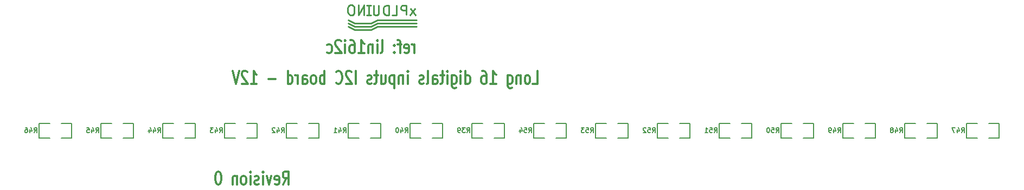
<source format=gbo>
G04 (created by PCBNEW-RS274X (2012-01-19 BZR 3256)-stable) date mer. 09 mai 2012 22:09:25 CEST*
G01*
G70*
G90*
%MOIN*%
G04 Gerber Fmt 3.4, Leading zero omitted, Abs format*
%FSLAX34Y34*%
G04 APERTURE LIST*
%ADD10C,0.006000*%
%ADD11C,0.012000*%
%ADD12C,0.005000*%
%ADD13C,0.010000*%
G04 APERTURE END LIST*
G54D10*
G54D11*
X46285Y-56724D02*
X46485Y-56343D01*
X46628Y-56724D02*
X46628Y-55924D01*
X46400Y-55924D01*
X46342Y-55962D01*
X46314Y-56000D01*
X46285Y-56076D01*
X46285Y-56190D01*
X46314Y-56267D01*
X46342Y-56305D01*
X46400Y-56343D01*
X46628Y-56343D01*
X45800Y-56686D02*
X45857Y-56724D01*
X45971Y-56724D01*
X46028Y-56686D01*
X46057Y-56610D01*
X46057Y-56305D01*
X46028Y-56229D01*
X45971Y-56190D01*
X45857Y-56190D01*
X45800Y-56229D01*
X45771Y-56305D01*
X45771Y-56381D01*
X46057Y-56457D01*
X45571Y-56190D02*
X45428Y-56724D01*
X45286Y-56190D01*
X45057Y-56724D02*
X45057Y-56190D01*
X45057Y-55924D02*
X45086Y-55962D01*
X45057Y-56000D01*
X45029Y-55962D01*
X45057Y-55924D01*
X45057Y-56000D01*
X44800Y-56686D02*
X44743Y-56724D01*
X44628Y-56724D01*
X44571Y-56686D01*
X44543Y-56610D01*
X44543Y-56571D01*
X44571Y-56495D01*
X44628Y-56457D01*
X44714Y-56457D01*
X44771Y-56419D01*
X44800Y-56343D01*
X44800Y-56305D01*
X44771Y-56229D01*
X44714Y-56190D01*
X44628Y-56190D01*
X44571Y-56229D01*
X44285Y-56724D02*
X44285Y-56190D01*
X44285Y-55924D02*
X44314Y-55962D01*
X44285Y-56000D01*
X44257Y-55962D01*
X44285Y-55924D01*
X44285Y-56000D01*
X43913Y-56724D02*
X43971Y-56686D01*
X43999Y-56648D01*
X44028Y-56571D01*
X44028Y-56343D01*
X43999Y-56267D01*
X43971Y-56229D01*
X43913Y-56190D01*
X43828Y-56190D01*
X43771Y-56229D01*
X43742Y-56267D01*
X43713Y-56343D01*
X43713Y-56571D01*
X43742Y-56648D01*
X43771Y-56686D01*
X43828Y-56724D01*
X43913Y-56724D01*
X43456Y-56190D02*
X43456Y-56724D01*
X43456Y-56267D02*
X43428Y-56229D01*
X43370Y-56190D01*
X43285Y-56190D01*
X43228Y-56229D01*
X43199Y-56305D01*
X43199Y-56724D01*
X42342Y-55924D02*
X42285Y-55924D01*
X42228Y-55962D01*
X42199Y-56000D01*
X42170Y-56076D01*
X42142Y-56229D01*
X42142Y-56419D01*
X42170Y-56571D01*
X42199Y-56648D01*
X42228Y-56686D01*
X42285Y-56724D01*
X42342Y-56724D01*
X42399Y-56686D01*
X42428Y-56648D01*
X42456Y-56571D01*
X42485Y-56419D01*
X42485Y-56229D01*
X42456Y-56076D01*
X42428Y-56000D01*
X42399Y-55962D01*
X42342Y-55924D01*
X54370Y-48624D02*
X54370Y-48090D01*
X54370Y-48243D02*
X54342Y-48167D01*
X54313Y-48129D01*
X54256Y-48090D01*
X54199Y-48090D01*
X53771Y-48586D02*
X53828Y-48624D01*
X53942Y-48624D01*
X53999Y-48586D01*
X54028Y-48510D01*
X54028Y-48205D01*
X53999Y-48129D01*
X53942Y-48090D01*
X53828Y-48090D01*
X53771Y-48129D01*
X53742Y-48205D01*
X53742Y-48281D01*
X54028Y-48357D01*
X53571Y-48090D02*
X53342Y-48090D01*
X53485Y-48624D02*
X53485Y-47938D01*
X53457Y-47862D01*
X53399Y-47824D01*
X53342Y-47824D01*
X53142Y-48548D02*
X53114Y-48586D01*
X53142Y-48624D01*
X53171Y-48586D01*
X53142Y-48548D01*
X53142Y-48624D01*
X53142Y-48129D02*
X53114Y-48167D01*
X53142Y-48205D01*
X53171Y-48167D01*
X53142Y-48129D01*
X53142Y-48205D01*
X52313Y-48624D02*
X52371Y-48586D01*
X52399Y-48510D01*
X52399Y-47824D01*
X52085Y-48624D02*
X52085Y-48090D01*
X52085Y-47824D02*
X52114Y-47862D01*
X52085Y-47900D01*
X52057Y-47862D01*
X52085Y-47824D01*
X52085Y-47900D01*
X51799Y-48090D02*
X51799Y-48624D01*
X51799Y-48167D02*
X51771Y-48129D01*
X51713Y-48090D01*
X51628Y-48090D01*
X51571Y-48129D01*
X51542Y-48205D01*
X51542Y-48624D01*
X50942Y-48624D02*
X51285Y-48624D01*
X51113Y-48624D02*
X51113Y-47824D01*
X51170Y-47938D01*
X51228Y-48014D01*
X51285Y-48052D01*
X50428Y-47824D02*
X50542Y-47824D01*
X50599Y-47862D01*
X50628Y-47900D01*
X50685Y-48014D01*
X50714Y-48167D01*
X50714Y-48471D01*
X50685Y-48548D01*
X50657Y-48586D01*
X50599Y-48624D01*
X50485Y-48624D01*
X50428Y-48586D01*
X50399Y-48548D01*
X50371Y-48471D01*
X50371Y-48281D01*
X50399Y-48205D01*
X50428Y-48167D01*
X50485Y-48129D01*
X50599Y-48129D01*
X50657Y-48167D01*
X50685Y-48205D01*
X50714Y-48281D01*
X50114Y-48624D02*
X50114Y-48090D01*
X50114Y-47824D02*
X50143Y-47862D01*
X50114Y-47900D01*
X50086Y-47862D01*
X50114Y-47824D01*
X50114Y-47900D01*
X49857Y-47900D02*
X49828Y-47862D01*
X49771Y-47824D01*
X49628Y-47824D01*
X49571Y-47862D01*
X49542Y-47900D01*
X49514Y-47976D01*
X49514Y-48052D01*
X49542Y-48167D01*
X49885Y-48624D01*
X49514Y-48624D01*
X49000Y-48586D02*
X49057Y-48624D01*
X49171Y-48624D01*
X49229Y-48586D01*
X49257Y-48548D01*
X49286Y-48471D01*
X49286Y-48243D01*
X49257Y-48167D01*
X49229Y-48129D01*
X49171Y-48090D01*
X49057Y-48090D01*
X49000Y-48129D01*
X61642Y-50524D02*
X61928Y-50524D01*
X61928Y-49724D01*
X61356Y-50524D02*
X61414Y-50486D01*
X61442Y-50448D01*
X61471Y-50371D01*
X61471Y-50143D01*
X61442Y-50067D01*
X61414Y-50029D01*
X61356Y-49990D01*
X61271Y-49990D01*
X61214Y-50029D01*
X61185Y-50067D01*
X61156Y-50143D01*
X61156Y-50371D01*
X61185Y-50448D01*
X61214Y-50486D01*
X61271Y-50524D01*
X61356Y-50524D01*
X60899Y-49990D02*
X60899Y-50524D01*
X60899Y-50067D02*
X60871Y-50029D01*
X60813Y-49990D01*
X60728Y-49990D01*
X60671Y-50029D01*
X60642Y-50105D01*
X60642Y-50524D01*
X60099Y-49990D02*
X60099Y-50638D01*
X60128Y-50714D01*
X60156Y-50752D01*
X60213Y-50790D01*
X60299Y-50790D01*
X60356Y-50752D01*
X60099Y-50486D02*
X60156Y-50524D01*
X60270Y-50524D01*
X60328Y-50486D01*
X60356Y-50448D01*
X60385Y-50371D01*
X60385Y-50143D01*
X60356Y-50067D01*
X60328Y-50029D01*
X60270Y-49990D01*
X60156Y-49990D01*
X60099Y-50029D01*
X59042Y-50524D02*
X59385Y-50524D01*
X59213Y-50524D02*
X59213Y-49724D01*
X59270Y-49838D01*
X59328Y-49914D01*
X59385Y-49952D01*
X58528Y-49724D02*
X58642Y-49724D01*
X58699Y-49762D01*
X58728Y-49800D01*
X58785Y-49914D01*
X58814Y-50067D01*
X58814Y-50371D01*
X58785Y-50448D01*
X58757Y-50486D01*
X58699Y-50524D01*
X58585Y-50524D01*
X58528Y-50486D01*
X58499Y-50448D01*
X58471Y-50371D01*
X58471Y-50181D01*
X58499Y-50105D01*
X58528Y-50067D01*
X58585Y-50029D01*
X58699Y-50029D01*
X58757Y-50067D01*
X58785Y-50105D01*
X58814Y-50181D01*
X57500Y-50524D02*
X57500Y-49724D01*
X57500Y-50486D02*
X57557Y-50524D01*
X57671Y-50524D01*
X57729Y-50486D01*
X57757Y-50448D01*
X57786Y-50371D01*
X57786Y-50143D01*
X57757Y-50067D01*
X57729Y-50029D01*
X57671Y-49990D01*
X57557Y-49990D01*
X57500Y-50029D01*
X57214Y-50524D02*
X57214Y-49990D01*
X57214Y-49724D02*
X57243Y-49762D01*
X57214Y-49800D01*
X57186Y-49762D01*
X57214Y-49724D01*
X57214Y-49800D01*
X56671Y-49990D02*
X56671Y-50638D01*
X56700Y-50714D01*
X56728Y-50752D01*
X56785Y-50790D01*
X56871Y-50790D01*
X56928Y-50752D01*
X56671Y-50486D02*
X56728Y-50524D01*
X56842Y-50524D01*
X56900Y-50486D01*
X56928Y-50448D01*
X56957Y-50371D01*
X56957Y-50143D01*
X56928Y-50067D01*
X56900Y-50029D01*
X56842Y-49990D01*
X56728Y-49990D01*
X56671Y-50029D01*
X56385Y-50524D02*
X56385Y-49990D01*
X56385Y-49724D02*
X56414Y-49762D01*
X56385Y-49800D01*
X56357Y-49762D01*
X56385Y-49724D01*
X56385Y-49800D01*
X56185Y-49990D02*
X55956Y-49990D01*
X56099Y-49724D02*
X56099Y-50410D01*
X56071Y-50486D01*
X56013Y-50524D01*
X55956Y-50524D01*
X55499Y-50524D02*
X55499Y-50105D01*
X55528Y-50029D01*
X55585Y-49990D01*
X55699Y-49990D01*
X55756Y-50029D01*
X55499Y-50486D02*
X55556Y-50524D01*
X55699Y-50524D01*
X55756Y-50486D01*
X55785Y-50410D01*
X55785Y-50333D01*
X55756Y-50257D01*
X55699Y-50219D01*
X55556Y-50219D01*
X55499Y-50181D01*
X55127Y-50524D02*
X55185Y-50486D01*
X55213Y-50410D01*
X55213Y-49724D01*
X54928Y-50486D02*
X54871Y-50524D01*
X54756Y-50524D01*
X54699Y-50486D01*
X54671Y-50410D01*
X54671Y-50371D01*
X54699Y-50295D01*
X54756Y-50257D01*
X54842Y-50257D01*
X54899Y-50219D01*
X54928Y-50143D01*
X54928Y-50105D01*
X54899Y-50029D01*
X54842Y-49990D01*
X54756Y-49990D01*
X54699Y-50029D01*
X53956Y-50524D02*
X53956Y-49990D01*
X53956Y-49724D02*
X53985Y-49762D01*
X53956Y-49800D01*
X53928Y-49762D01*
X53956Y-49724D01*
X53956Y-49800D01*
X53670Y-49990D02*
X53670Y-50524D01*
X53670Y-50067D02*
X53642Y-50029D01*
X53584Y-49990D01*
X53499Y-49990D01*
X53442Y-50029D01*
X53413Y-50105D01*
X53413Y-50524D01*
X53127Y-49990D02*
X53127Y-50790D01*
X53127Y-50029D02*
X53070Y-49990D01*
X52956Y-49990D01*
X52899Y-50029D01*
X52870Y-50067D01*
X52841Y-50143D01*
X52841Y-50371D01*
X52870Y-50448D01*
X52899Y-50486D01*
X52956Y-50524D01*
X53070Y-50524D01*
X53127Y-50486D01*
X52327Y-49990D02*
X52327Y-50524D01*
X52584Y-49990D02*
X52584Y-50410D01*
X52556Y-50486D01*
X52498Y-50524D01*
X52413Y-50524D01*
X52356Y-50486D01*
X52327Y-50448D01*
X52127Y-49990D02*
X51898Y-49990D01*
X52041Y-49724D02*
X52041Y-50410D01*
X52013Y-50486D01*
X51955Y-50524D01*
X51898Y-50524D01*
X51727Y-50486D02*
X51670Y-50524D01*
X51555Y-50524D01*
X51498Y-50486D01*
X51470Y-50410D01*
X51470Y-50371D01*
X51498Y-50295D01*
X51555Y-50257D01*
X51641Y-50257D01*
X51698Y-50219D01*
X51727Y-50143D01*
X51727Y-50105D01*
X51698Y-50029D01*
X51641Y-49990D01*
X51555Y-49990D01*
X51498Y-50029D01*
X50755Y-50524D02*
X50755Y-49724D01*
X50498Y-49800D02*
X50469Y-49762D01*
X50412Y-49724D01*
X50269Y-49724D01*
X50212Y-49762D01*
X50183Y-49800D01*
X50155Y-49876D01*
X50155Y-49952D01*
X50183Y-50067D01*
X50526Y-50524D01*
X50155Y-50524D01*
X49555Y-50448D02*
X49584Y-50486D01*
X49670Y-50524D01*
X49727Y-50524D01*
X49812Y-50486D01*
X49870Y-50410D01*
X49898Y-50333D01*
X49927Y-50181D01*
X49927Y-50067D01*
X49898Y-49914D01*
X49870Y-49838D01*
X49812Y-49762D01*
X49727Y-49724D01*
X49670Y-49724D01*
X49584Y-49762D01*
X49555Y-49800D01*
X48841Y-50524D02*
X48841Y-49724D01*
X48841Y-50029D02*
X48784Y-49990D01*
X48670Y-49990D01*
X48613Y-50029D01*
X48584Y-50067D01*
X48555Y-50143D01*
X48555Y-50371D01*
X48584Y-50448D01*
X48613Y-50486D01*
X48670Y-50524D01*
X48784Y-50524D01*
X48841Y-50486D01*
X48212Y-50524D02*
X48270Y-50486D01*
X48298Y-50448D01*
X48327Y-50371D01*
X48327Y-50143D01*
X48298Y-50067D01*
X48270Y-50029D01*
X48212Y-49990D01*
X48127Y-49990D01*
X48070Y-50029D01*
X48041Y-50067D01*
X48012Y-50143D01*
X48012Y-50371D01*
X48041Y-50448D01*
X48070Y-50486D01*
X48127Y-50524D01*
X48212Y-50524D01*
X47498Y-50524D02*
X47498Y-50105D01*
X47527Y-50029D01*
X47584Y-49990D01*
X47698Y-49990D01*
X47755Y-50029D01*
X47498Y-50486D02*
X47555Y-50524D01*
X47698Y-50524D01*
X47755Y-50486D01*
X47784Y-50410D01*
X47784Y-50333D01*
X47755Y-50257D01*
X47698Y-50219D01*
X47555Y-50219D01*
X47498Y-50181D01*
X47212Y-50524D02*
X47212Y-49990D01*
X47212Y-50143D02*
X47184Y-50067D01*
X47155Y-50029D01*
X47098Y-49990D01*
X47041Y-49990D01*
X46584Y-50524D02*
X46584Y-49724D01*
X46584Y-50486D02*
X46641Y-50524D01*
X46755Y-50524D01*
X46813Y-50486D01*
X46841Y-50448D01*
X46870Y-50371D01*
X46870Y-50143D01*
X46841Y-50067D01*
X46813Y-50029D01*
X46755Y-49990D01*
X46641Y-49990D01*
X46584Y-50029D01*
X45841Y-50219D02*
X45384Y-50219D01*
X44327Y-50524D02*
X44670Y-50524D01*
X44498Y-50524D02*
X44498Y-49724D01*
X44555Y-49838D01*
X44613Y-49914D01*
X44670Y-49952D01*
X44099Y-49800D02*
X44070Y-49762D01*
X44013Y-49724D01*
X43870Y-49724D01*
X43813Y-49762D01*
X43784Y-49800D01*
X43756Y-49876D01*
X43756Y-49952D01*
X43784Y-50067D01*
X44127Y-50524D01*
X43756Y-50524D01*
X43585Y-49724D02*
X43385Y-50524D01*
X43185Y-49724D01*
G54D12*
X57900Y-53850D02*
X57900Y-52950D01*
X57900Y-52950D02*
X58550Y-52950D01*
X59250Y-53850D02*
X59900Y-53850D01*
X59900Y-53850D02*
X59900Y-52950D01*
X59900Y-52950D02*
X59250Y-52950D01*
X58550Y-53850D02*
X57900Y-53850D01*
X54100Y-53850D02*
X54100Y-52950D01*
X54100Y-52950D02*
X54750Y-52950D01*
X55450Y-53850D02*
X56100Y-53850D01*
X56100Y-53850D02*
X56100Y-52950D01*
X56100Y-52950D02*
X55450Y-52950D01*
X54750Y-53850D02*
X54100Y-53850D01*
X50300Y-53850D02*
X50300Y-52950D01*
X50300Y-52950D02*
X50950Y-52950D01*
X51650Y-53850D02*
X52300Y-53850D01*
X52300Y-53850D02*
X52300Y-52950D01*
X52300Y-52950D02*
X51650Y-52950D01*
X50950Y-53850D02*
X50300Y-53850D01*
X46500Y-53850D02*
X46500Y-52950D01*
X46500Y-52950D02*
X47150Y-52950D01*
X47850Y-53850D02*
X48500Y-53850D01*
X48500Y-53850D02*
X48500Y-52950D01*
X48500Y-52950D02*
X47850Y-52950D01*
X47150Y-53850D02*
X46500Y-53850D01*
X42700Y-53850D02*
X42700Y-52950D01*
X42700Y-52950D02*
X43350Y-52950D01*
X44050Y-53850D02*
X44700Y-53850D01*
X44700Y-53850D02*
X44700Y-52950D01*
X44700Y-52950D02*
X44050Y-52950D01*
X43350Y-53850D02*
X42700Y-53850D01*
X38900Y-53850D02*
X38900Y-52950D01*
X38900Y-52950D02*
X39550Y-52950D01*
X40250Y-53850D02*
X40900Y-53850D01*
X40900Y-53850D02*
X40900Y-52950D01*
X40900Y-52950D02*
X40250Y-52950D01*
X39550Y-53850D02*
X38900Y-53850D01*
X35100Y-53850D02*
X35100Y-52950D01*
X35100Y-52950D02*
X35750Y-52950D01*
X36450Y-53850D02*
X37100Y-53850D01*
X37100Y-53850D02*
X37100Y-52950D01*
X37100Y-52950D02*
X36450Y-52950D01*
X35750Y-53850D02*
X35100Y-53850D01*
X31300Y-53850D02*
X31300Y-52950D01*
X31300Y-52950D02*
X31950Y-52950D01*
X32650Y-53850D02*
X33300Y-53850D01*
X33300Y-53850D02*
X33300Y-52950D01*
X33300Y-52950D02*
X32650Y-52950D01*
X31950Y-53850D02*
X31300Y-53850D01*
X88300Y-53850D02*
X88300Y-52950D01*
X88300Y-52950D02*
X88950Y-52950D01*
X89650Y-53850D02*
X90300Y-53850D01*
X90300Y-53850D02*
X90300Y-52950D01*
X90300Y-52950D02*
X89650Y-52950D01*
X88950Y-53850D02*
X88300Y-53850D01*
X84500Y-53850D02*
X84500Y-52950D01*
X84500Y-52950D02*
X85150Y-52950D01*
X85850Y-53850D02*
X86500Y-53850D01*
X86500Y-53850D02*
X86500Y-52950D01*
X86500Y-52950D02*
X85850Y-52950D01*
X85150Y-53850D02*
X84500Y-53850D01*
X80700Y-53850D02*
X80700Y-52950D01*
X80700Y-52950D02*
X81350Y-52950D01*
X82050Y-53850D02*
X82700Y-53850D01*
X82700Y-53850D02*
X82700Y-52950D01*
X82700Y-52950D02*
X82050Y-52950D01*
X81350Y-53850D02*
X80700Y-53850D01*
X76900Y-53850D02*
X76900Y-52950D01*
X76900Y-52950D02*
X77550Y-52950D01*
X78250Y-53850D02*
X78900Y-53850D01*
X78900Y-53850D02*
X78900Y-52950D01*
X78900Y-52950D02*
X78250Y-52950D01*
X77550Y-53850D02*
X76900Y-53850D01*
X73100Y-53850D02*
X73100Y-52950D01*
X73100Y-52950D02*
X73750Y-52950D01*
X74450Y-53850D02*
X75100Y-53850D01*
X75100Y-53850D02*
X75100Y-52950D01*
X75100Y-52950D02*
X74450Y-52950D01*
X73750Y-53850D02*
X73100Y-53850D01*
X69300Y-53850D02*
X69300Y-52950D01*
X69300Y-52950D02*
X69950Y-52950D01*
X70650Y-53850D02*
X71300Y-53850D01*
X71300Y-53850D02*
X71300Y-52950D01*
X71300Y-52950D02*
X70650Y-52950D01*
X69950Y-53850D02*
X69300Y-53850D01*
X65500Y-53850D02*
X65500Y-52950D01*
X65500Y-52950D02*
X66150Y-52950D01*
X66850Y-53850D02*
X67500Y-53850D01*
X67500Y-53850D02*
X67500Y-52950D01*
X67500Y-52950D02*
X66850Y-52950D01*
X66150Y-53850D02*
X65500Y-53850D01*
X61700Y-53850D02*
X61700Y-52950D01*
X61700Y-52950D02*
X62350Y-52950D01*
X63050Y-53850D02*
X63700Y-53850D01*
X63700Y-53850D02*
X63700Y-52950D01*
X63700Y-52950D02*
X63050Y-52950D01*
X62350Y-53850D02*
X61700Y-53850D01*
G54D13*
X54500Y-47000D02*
X52100Y-47000D01*
X52100Y-47000D02*
X51700Y-47200D01*
X51700Y-47200D02*
X50700Y-47200D01*
X50700Y-47200D02*
X50300Y-47000D01*
X54500Y-46800D02*
X52100Y-46800D01*
X52100Y-46800D02*
X51700Y-47000D01*
X51700Y-47000D02*
X50700Y-47000D01*
X50700Y-47000D02*
X50300Y-46800D01*
X50700Y-46800D02*
X50300Y-46600D01*
X51700Y-46800D02*
X50700Y-46800D01*
X52100Y-46600D02*
X51700Y-46800D01*
X54500Y-46600D02*
X52100Y-46600D01*
X54500Y-46600D02*
X52100Y-46600D01*
X52100Y-46600D02*
X51700Y-46800D01*
X51700Y-46800D02*
X50700Y-46800D01*
X50700Y-46800D02*
X50300Y-46600D01*
X50700Y-46800D02*
X50300Y-46600D01*
X51700Y-46800D02*
X50700Y-46800D01*
X52100Y-46600D02*
X51700Y-46800D01*
X54500Y-46600D02*
X52100Y-46600D01*
X54500Y-46600D02*
X52100Y-46600D01*
X52100Y-46600D02*
X51700Y-46800D01*
X51700Y-46800D02*
X50700Y-46800D01*
X50700Y-46800D02*
X50300Y-46600D01*
X50700Y-46800D02*
X50300Y-46600D01*
X51700Y-46800D02*
X50700Y-46800D01*
X52100Y-46600D02*
X51700Y-46800D01*
X54500Y-46600D02*
X52100Y-46600D01*
X54500Y-46600D02*
X52100Y-46600D01*
X52100Y-46600D02*
X51700Y-46800D01*
X51700Y-46800D02*
X50700Y-46800D01*
X50700Y-46800D02*
X50300Y-46600D01*
X50700Y-46800D02*
X50300Y-46600D01*
X51700Y-46800D02*
X50700Y-46800D01*
X52100Y-46600D02*
X51700Y-46800D01*
X54500Y-46600D02*
X52100Y-46600D01*
X54500Y-46600D02*
X52100Y-46600D01*
X52100Y-46600D02*
X51700Y-46800D01*
X51700Y-46800D02*
X50700Y-46800D01*
X50700Y-46800D02*
X50300Y-46600D01*
X50425Y-46300D02*
X50325Y-46225D01*
X50650Y-46200D02*
X50550Y-46300D01*
X51475Y-46300D02*
X51425Y-46300D01*
X51700Y-46300D02*
X51450Y-46300D01*
X51700Y-45700D02*
X51425Y-45700D01*
X51550Y-46275D02*
X51550Y-45750D01*
X50675Y-46100D02*
X50650Y-46200D01*
X50550Y-46300D02*
X50425Y-46300D01*
X50275Y-46075D02*
X50300Y-46200D01*
X50675Y-45875D02*
X50650Y-45775D01*
X50650Y-45775D02*
X50575Y-45700D01*
X50575Y-45700D02*
X50525Y-45675D01*
X50525Y-45675D02*
X50425Y-45675D01*
X50425Y-45675D02*
X50375Y-45700D01*
X50375Y-45700D02*
X50325Y-45725D01*
X50325Y-45725D02*
X50300Y-45775D01*
X50300Y-45775D02*
X50275Y-45850D01*
X50275Y-45850D02*
X50275Y-45900D01*
X50275Y-45900D02*
X50275Y-46075D01*
X50675Y-45900D02*
X50675Y-46100D01*
X51275Y-46300D02*
X51275Y-45675D01*
X51275Y-45700D02*
X50925Y-46300D01*
X50925Y-46300D02*
X50925Y-45675D01*
X52175Y-45700D02*
X52175Y-46175D01*
X52175Y-46175D02*
X52150Y-46225D01*
X52150Y-46225D02*
X52125Y-46250D01*
X52125Y-46250D02*
X52100Y-46275D01*
X52100Y-46275D02*
X52050Y-46300D01*
X52050Y-46300D02*
X52000Y-46300D01*
X52000Y-46300D02*
X51950Y-46300D01*
X51950Y-46300D02*
X51900Y-46275D01*
X51900Y-46275D02*
X51875Y-46250D01*
X51875Y-46250D02*
X51850Y-46225D01*
X51850Y-46225D02*
X51850Y-46175D01*
X51850Y-46175D02*
X51850Y-45700D01*
X52775Y-45700D02*
X52650Y-45700D01*
X52650Y-45700D02*
X52550Y-45725D01*
X52550Y-45725D02*
X52500Y-45775D01*
X52500Y-45775D02*
X52475Y-45850D01*
X52475Y-45850D02*
X52450Y-45950D01*
X52450Y-45950D02*
X52450Y-46025D01*
X52450Y-46025D02*
X52450Y-46075D01*
X52450Y-46075D02*
X52475Y-46150D01*
X52475Y-46150D02*
X52500Y-46200D01*
X52500Y-46200D02*
X52550Y-46250D01*
X52550Y-46250D02*
X52625Y-46300D01*
X52625Y-46300D02*
X52675Y-46300D01*
X52675Y-46300D02*
X52800Y-46300D01*
X52800Y-46300D02*
X52800Y-45700D01*
X53275Y-45700D02*
X53275Y-46300D01*
X53275Y-46300D02*
X53000Y-46300D01*
X53875Y-45700D02*
X53850Y-45700D01*
X53850Y-45700D02*
X53625Y-45700D01*
X53625Y-45700D02*
X53575Y-45725D01*
X53575Y-45725D02*
X53550Y-45750D01*
X53550Y-45750D02*
X53525Y-45800D01*
X53525Y-45800D02*
X53525Y-45850D01*
X53525Y-45850D02*
X53525Y-45900D01*
X53525Y-45900D02*
X53550Y-45950D01*
X53550Y-45950D02*
X53600Y-45975D01*
X53600Y-45975D02*
X53650Y-46000D01*
X53650Y-46000D02*
X53875Y-46000D01*
X53875Y-46275D02*
X53875Y-45700D01*
X54400Y-45900D02*
X54100Y-46300D01*
X54425Y-46300D02*
X54125Y-45900D01*
G54D12*
X57593Y-53521D02*
X57693Y-53379D01*
X57765Y-53521D02*
X57765Y-53221D01*
X57650Y-53221D01*
X57622Y-53236D01*
X57607Y-53250D01*
X57593Y-53279D01*
X57593Y-53321D01*
X57607Y-53350D01*
X57622Y-53364D01*
X57650Y-53379D01*
X57765Y-53379D01*
X57493Y-53221D02*
X57307Y-53221D01*
X57407Y-53336D01*
X57365Y-53336D01*
X57336Y-53350D01*
X57322Y-53364D01*
X57307Y-53393D01*
X57307Y-53464D01*
X57322Y-53493D01*
X57336Y-53507D01*
X57365Y-53521D01*
X57450Y-53521D01*
X57479Y-53507D01*
X57493Y-53493D01*
X57164Y-53521D02*
X57107Y-53521D01*
X57079Y-53507D01*
X57064Y-53493D01*
X57036Y-53450D01*
X57021Y-53393D01*
X57021Y-53279D01*
X57036Y-53250D01*
X57050Y-53236D01*
X57079Y-53221D01*
X57136Y-53221D01*
X57164Y-53236D01*
X57179Y-53250D01*
X57193Y-53279D01*
X57193Y-53350D01*
X57179Y-53379D01*
X57164Y-53393D01*
X57136Y-53407D01*
X57079Y-53407D01*
X57050Y-53393D01*
X57036Y-53379D01*
X57021Y-53350D01*
X53793Y-53521D02*
X53893Y-53379D01*
X53965Y-53521D02*
X53965Y-53221D01*
X53850Y-53221D01*
X53822Y-53236D01*
X53807Y-53250D01*
X53793Y-53279D01*
X53793Y-53321D01*
X53807Y-53350D01*
X53822Y-53364D01*
X53850Y-53379D01*
X53965Y-53379D01*
X53536Y-53321D02*
X53536Y-53521D01*
X53607Y-53207D02*
X53679Y-53421D01*
X53493Y-53421D01*
X53321Y-53221D02*
X53293Y-53221D01*
X53264Y-53236D01*
X53250Y-53250D01*
X53236Y-53279D01*
X53221Y-53336D01*
X53221Y-53407D01*
X53236Y-53464D01*
X53250Y-53493D01*
X53264Y-53507D01*
X53293Y-53521D01*
X53321Y-53521D01*
X53350Y-53507D01*
X53364Y-53493D01*
X53379Y-53464D01*
X53393Y-53407D01*
X53393Y-53336D01*
X53379Y-53279D01*
X53364Y-53250D01*
X53350Y-53236D01*
X53321Y-53221D01*
X49993Y-53521D02*
X50093Y-53379D01*
X50165Y-53521D02*
X50165Y-53221D01*
X50050Y-53221D01*
X50022Y-53236D01*
X50007Y-53250D01*
X49993Y-53279D01*
X49993Y-53321D01*
X50007Y-53350D01*
X50022Y-53364D01*
X50050Y-53379D01*
X50165Y-53379D01*
X49736Y-53321D02*
X49736Y-53521D01*
X49807Y-53207D02*
X49879Y-53421D01*
X49693Y-53421D01*
X49421Y-53521D02*
X49593Y-53521D01*
X49507Y-53521D02*
X49507Y-53221D01*
X49536Y-53264D01*
X49564Y-53293D01*
X49593Y-53307D01*
X46193Y-53521D02*
X46293Y-53379D01*
X46365Y-53521D02*
X46365Y-53221D01*
X46250Y-53221D01*
X46222Y-53236D01*
X46207Y-53250D01*
X46193Y-53279D01*
X46193Y-53321D01*
X46207Y-53350D01*
X46222Y-53364D01*
X46250Y-53379D01*
X46365Y-53379D01*
X45936Y-53321D02*
X45936Y-53521D01*
X46007Y-53207D02*
X46079Y-53421D01*
X45893Y-53421D01*
X45793Y-53250D02*
X45779Y-53236D01*
X45750Y-53221D01*
X45679Y-53221D01*
X45650Y-53236D01*
X45636Y-53250D01*
X45621Y-53279D01*
X45621Y-53307D01*
X45636Y-53350D01*
X45807Y-53521D01*
X45621Y-53521D01*
X42393Y-53521D02*
X42493Y-53379D01*
X42565Y-53521D02*
X42565Y-53221D01*
X42450Y-53221D01*
X42422Y-53236D01*
X42407Y-53250D01*
X42393Y-53279D01*
X42393Y-53321D01*
X42407Y-53350D01*
X42422Y-53364D01*
X42450Y-53379D01*
X42565Y-53379D01*
X42136Y-53321D02*
X42136Y-53521D01*
X42207Y-53207D02*
X42279Y-53421D01*
X42093Y-53421D01*
X42007Y-53221D02*
X41821Y-53221D01*
X41921Y-53336D01*
X41879Y-53336D01*
X41850Y-53350D01*
X41836Y-53364D01*
X41821Y-53393D01*
X41821Y-53464D01*
X41836Y-53493D01*
X41850Y-53507D01*
X41879Y-53521D01*
X41964Y-53521D01*
X41993Y-53507D01*
X42007Y-53493D01*
X38593Y-53521D02*
X38693Y-53379D01*
X38765Y-53521D02*
X38765Y-53221D01*
X38650Y-53221D01*
X38622Y-53236D01*
X38607Y-53250D01*
X38593Y-53279D01*
X38593Y-53321D01*
X38607Y-53350D01*
X38622Y-53364D01*
X38650Y-53379D01*
X38765Y-53379D01*
X38336Y-53321D02*
X38336Y-53521D01*
X38407Y-53207D02*
X38479Y-53421D01*
X38293Y-53421D01*
X38050Y-53321D02*
X38050Y-53521D01*
X38121Y-53207D02*
X38193Y-53421D01*
X38007Y-53421D01*
X34793Y-53521D02*
X34893Y-53379D01*
X34965Y-53521D02*
X34965Y-53221D01*
X34850Y-53221D01*
X34822Y-53236D01*
X34807Y-53250D01*
X34793Y-53279D01*
X34793Y-53321D01*
X34807Y-53350D01*
X34822Y-53364D01*
X34850Y-53379D01*
X34965Y-53379D01*
X34536Y-53321D02*
X34536Y-53521D01*
X34607Y-53207D02*
X34679Y-53421D01*
X34493Y-53421D01*
X34236Y-53221D02*
X34379Y-53221D01*
X34393Y-53364D01*
X34379Y-53350D01*
X34350Y-53336D01*
X34279Y-53336D01*
X34250Y-53350D01*
X34236Y-53364D01*
X34221Y-53393D01*
X34221Y-53464D01*
X34236Y-53493D01*
X34250Y-53507D01*
X34279Y-53521D01*
X34350Y-53521D01*
X34379Y-53507D01*
X34393Y-53493D01*
X30993Y-53521D02*
X31093Y-53379D01*
X31165Y-53521D02*
X31165Y-53221D01*
X31050Y-53221D01*
X31022Y-53236D01*
X31007Y-53250D01*
X30993Y-53279D01*
X30993Y-53321D01*
X31007Y-53350D01*
X31022Y-53364D01*
X31050Y-53379D01*
X31165Y-53379D01*
X30736Y-53321D02*
X30736Y-53521D01*
X30807Y-53207D02*
X30879Y-53421D01*
X30693Y-53421D01*
X30450Y-53221D02*
X30507Y-53221D01*
X30536Y-53236D01*
X30550Y-53250D01*
X30579Y-53293D01*
X30593Y-53350D01*
X30593Y-53464D01*
X30579Y-53493D01*
X30564Y-53507D01*
X30536Y-53521D01*
X30479Y-53521D01*
X30450Y-53507D01*
X30436Y-53493D01*
X30421Y-53464D01*
X30421Y-53393D01*
X30436Y-53364D01*
X30450Y-53350D01*
X30479Y-53336D01*
X30536Y-53336D01*
X30564Y-53350D01*
X30579Y-53364D01*
X30593Y-53393D01*
X87993Y-53521D02*
X88093Y-53379D01*
X88165Y-53521D02*
X88165Y-53221D01*
X88050Y-53221D01*
X88022Y-53236D01*
X88007Y-53250D01*
X87993Y-53279D01*
X87993Y-53321D01*
X88007Y-53350D01*
X88022Y-53364D01*
X88050Y-53379D01*
X88165Y-53379D01*
X87736Y-53321D02*
X87736Y-53521D01*
X87807Y-53207D02*
X87879Y-53421D01*
X87693Y-53421D01*
X87607Y-53221D02*
X87407Y-53221D01*
X87536Y-53521D01*
X84193Y-53521D02*
X84293Y-53379D01*
X84365Y-53521D02*
X84365Y-53221D01*
X84250Y-53221D01*
X84222Y-53236D01*
X84207Y-53250D01*
X84193Y-53279D01*
X84193Y-53321D01*
X84207Y-53350D01*
X84222Y-53364D01*
X84250Y-53379D01*
X84365Y-53379D01*
X83936Y-53321D02*
X83936Y-53521D01*
X84007Y-53207D02*
X84079Y-53421D01*
X83893Y-53421D01*
X83736Y-53350D02*
X83764Y-53336D01*
X83779Y-53321D01*
X83793Y-53293D01*
X83793Y-53279D01*
X83779Y-53250D01*
X83764Y-53236D01*
X83736Y-53221D01*
X83679Y-53221D01*
X83650Y-53236D01*
X83636Y-53250D01*
X83621Y-53279D01*
X83621Y-53293D01*
X83636Y-53321D01*
X83650Y-53336D01*
X83679Y-53350D01*
X83736Y-53350D01*
X83764Y-53364D01*
X83779Y-53379D01*
X83793Y-53407D01*
X83793Y-53464D01*
X83779Y-53493D01*
X83764Y-53507D01*
X83736Y-53521D01*
X83679Y-53521D01*
X83650Y-53507D01*
X83636Y-53493D01*
X83621Y-53464D01*
X83621Y-53407D01*
X83636Y-53379D01*
X83650Y-53364D01*
X83679Y-53350D01*
X80393Y-53521D02*
X80493Y-53379D01*
X80565Y-53521D02*
X80565Y-53221D01*
X80450Y-53221D01*
X80422Y-53236D01*
X80407Y-53250D01*
X80393Y-53279D01*
X80393Y-53321D01*
X80407Y-53350D01*
X80422Y-53364D01*
X80450Y-53379D01*
X80565Y-53379D01*
X80136Y-53321D02*
X80136Y-53521D01*
X80207Y-53207D02*
X80279Y-53421D01*
X80093Y-53421D01*
X79964Y-53521D02*
X79907Y-53521D01*
X79879Y-53507D01*
X79864Y-53493D01*
X79836Y-53450D01*
X79821Y-53393D01*
X79821Y-53279D01*
X79836Y-53250D01*
X79850Y-53236D01*
X79879Y-53221D01*
X79936Y-53221D01*
X79964Y-53236D01*
X79979Y-53250D01*
X79993Y-53279D01*
X79993Y-53350D01*
X79979Y-53379D01*
X79964Y-53393D01*
X79936Y-53407D01*
X79879Y-53407D01*
X79850Y-53393D01*
X79836Y-53379D01*
X79821Y-53350D01*
X76593Y-53521D02*
X76693Y-53379D01*
X76765Y-53521D02*
X76765Y-53221D01*
X76650Y-53221D01*
X76622Y-53236D01*
X76607Y-53250D01*
X76593Y-53279D01*
X76593Y-53321D01*
X76607Y-53350D01*
X76622Y-53364D01*
X76650Y-53379D01*
X76765Y-53379D01*
X76322Y-53221D02*
X76465Y-53221D01*
X76479Y-53364D01*
X76465Y-53350D01*
X76436Y-53336D01*
X76365Y-53336D01*
X76336Y-53350D01*
X76322Y-53364D01*
X76307Y-53393D01*
X76307Y-53464D01*
X76322Y-53493D01*
X76336Y-53507D01*
X76365Y-53521D01*
X76436Y-53521D01*
X76465Y-53507D01*
X76479Y-53493D01*
X76121Y-53221D02*
X76093Y-53221D01*
X76064Y-53236D01*
X76050Y-53250D01*
X76036Y-53279D01*
X76021Y-53336D01*
X76021Y-53407D01*
X76036Y-53464D01*
X76050Y-53493D01*
X76064Y-53507D01*
X76093Y-53521D01*
X76121Y-53521D01*
X76150Y-53507D01*
X76164Y-53493D01*
X76179Y-53464D01*
X76193Y-53407D01*
X76193Y-53336D01*
X76179Y-53279D01*
X76164Y-53250D01*
X76150Y-53236D01*
X76121Y-53221D01*
X72793Y-53521D02*
X72893Y-53379D01*
X72965Y-53521D02*
X72965Y-53221D01*
X72850Y-53221D01*
X72822Y-53236D01*
X72807Y-53250D01*
X72793Y-53279D01*
X72793Y-53321D01*
X72807Y-53350D01*
X72822Y-53364D01*
X72850Y-53379D01*
X72965Y-53379D01*
X72522Y-53221D02*
X72665Y-53221D01*
X72679Y-53364D01*
X72665Y-53350D01*
X72636Y-53336D01*
X72565Y-53336D01*
X72536Y-53350D01*
X72522Y-53364D01*
X72507Y-53393D01*
X72507Y-53464D01*
X72522Y-53493D01*
X72536Y-53507D01*
X72565Y-53521D01*
X72636Y-53521D01*
X72665Y-53507D01*
X72679Y-53493D01*
X72221Y-53521D02*
X72393Y-53521D01*
X72307Y-53521D02*
X72307Y-53221D01*
X72336Y-53264D01*
X72364Y-53293D01*
X72393Y-53307D01*
X68993Y-53521D02*
X69093Y-53379D01*
X69165Y-53521D02*
X69165Y-53221D01*
X69050Y-53221D01*
X69022Y-53236D01*
X69007Y-53250D01*
X68993Y-53279D01*
X68993Y-53321D01*
X69007Y-53350D01*
X69022Y-53364D01*
X69050Y-53379D01*
X69165Y-53379D01*
X68722Y-53221D02*
X68865Y-53221D01*
X68879Y-53364D01*
X68865Y-53350D01*
X68836Y-53336D01*
X68765Y-53336D01*
X68736Y-53350D01*
X68722Y-53364D01*
X68707Y-53393D01*
X68707Y-53464D01*
X68722Y-53493D01*
X68736Y-53507D01*
X68765Y-53521D01*
X68836Y-53521D01*
X68865Y-53507D01*
X68879Y-53493D01*
X68593Y-53250D02*
X68579Y-53236D01*
X68550Y-53221D01*
X68479Y-53221D01*
X68450Y-53236D01*
X68436Y-53250D01*
X68421Y-53279D01*
X68421Y-53307D01*
X68436Y-53350D01*
X68607Y-53521D01*
X68421Y-53521D01*
X65193Y-53521D02*
X65293Y-53379D01*
X65365Y-53521D02*
X65365Y-53221D01*
X65250Y-53221D01*
X65222Y-53236D01*
X65207Y-53250D01*
X65193Y-53279D01*
X65193Y-53321D01*
X65207Y-53350D01*
X65222Y-53364D01*
X65250Y-53379D01*
X65365Y-53379D01*
X64922Y-53221D02*
X65065Y-53221D01*
X65079Y-53364D01*
X65065Y-53350D01*
X65036Y-53336D01*
X64965Y-53336D01*
X64936Y-53350D01*
X64922Y-53364D01*
X64907Y-53393D01*
X64907Y-53464D01*
X64922Y-53493D01*
X64936Y-53507D01*
X64965Y-53521D01*
X65036Y-53521D01*
X65065Y-53507D01*
X65079Y-53493D01*
X64807Y-53221D02*
X64621Y-53221D01*
X64721Y-53336D01*
X64679Y-53336D01*
X64650Y-53350D01*
X64636Y-53364D01*
X64621Y-53393D01*
X64621Y-53464D01*
X64636Y-53493D01*
X64650Y-53507D01*
X64679Y-53521D01*
X64764Y-53521D01*
X64793Y-53507D01*
X64807Y-53493D01*
X61393Y-53521D02*
X61493Y-53379D01*
X61565Y-53521D02*
X61565Y-53221D01*
X61450Y-53221D01*
X61422Y-53236D01*
X61407Y-53250D01*
X61393Y-53279D01*
X61393Y-53321D01*
X61407Y-53350D01*
X61422Y-53364D01*
X61450Y-53379D01*
X61565Y-53379D01*
X61122Y-53221D02*
X61265Y-53221D01*
X61279Y-53364D01*
X61265Y-53350D01*
X61236Y-53336D01*
X61165Y-53336D01*
X61136Y-53350D01*
X61122Y-53364D01*
X61107Y-53393D01*
X61107Y-53464D01*
X61122Y-53493D01*
X61136Y-53507D01*
X61165Y-53521D01*
X61236Y-53521D01*
X61265Y-53507D01*
X61279Y-53493D01*
X60850Y-53321D02*
X60850Y-53521D01*
X60921Y-53207D02*
X60993Y-53421D01*
X60807Y-53421D01*
M02*

</source>
